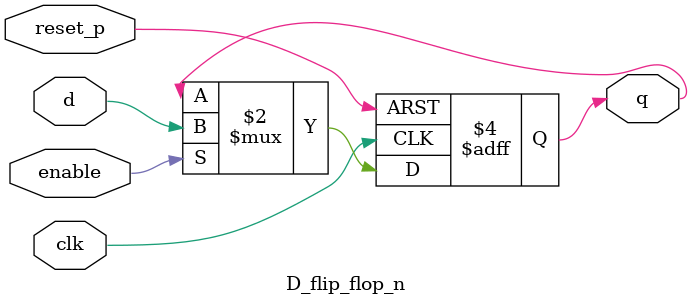
<source format=v>
`timescale 1ns / 1ps

// 플립플롭 -> 저장소자
// 클럭신호에 동기화 -> 상태가 변경 -> 엣지 트리거
// 타이밍제어가 정확
// 용도 : 동기식 레지스터. , FSM상태 저장, 파이프라인 레지스트, 카운터등


// 레치 -> 기억소자
// 클럭대신에 제어신호에 의해서 동장 (비동기적 -> 레벨트리거)
// 타이밍제어가 힘듬. (비동기)
// SR 래치, D 래치
// 안전성이 낮음

// 비바도에서 권장은 플립플롭, 래치는 특수한 경우만....



// D Flip-Flop
// 입력된 데이터(D)를 클럭신호(clk)

// 시간  clk   D   Q
// t0    0    1   0
// t1   1(R)  1   1  <- 상승에지에지에서 D=1 이니까 ...Q = 1 
// t2   0     0   1  <- 엣지가 없음 .. Q 유지
// t3   1(R)  0   0  <- 상승에지에서 D =0 이니까  ...  Q = 0 


module D_flip_flop_Basic(
    input clk,          // 클럭 입력
    input d,            // 데이터 입력
    output reg q        // 출력
    );

    always @(posedge clk) begin // 상승엣지 일때 ...
        q <= d;      // q 에 d를 저장
    end
endmodule


module D_flip_flop_n (
    input d,
    input clk,
    input reset_p,    // 비동기식 리셋 신호
    input enable,     // 
    output reg q
);

    always @(negedge clk or posedge reset_p) begin
        if (reset_p)
            q <= 1'b0;  // 비동기 리셋이 활성화(1)되면 q를 0으로 초기화
        else if (enable)
            q <= d;     // enable이 활성화(1)된 경우에만 d 값을 q에 전달
                        // enable이 0 인 경우 q를 이전값으로 유지
    end
    
endmodule

</source>
